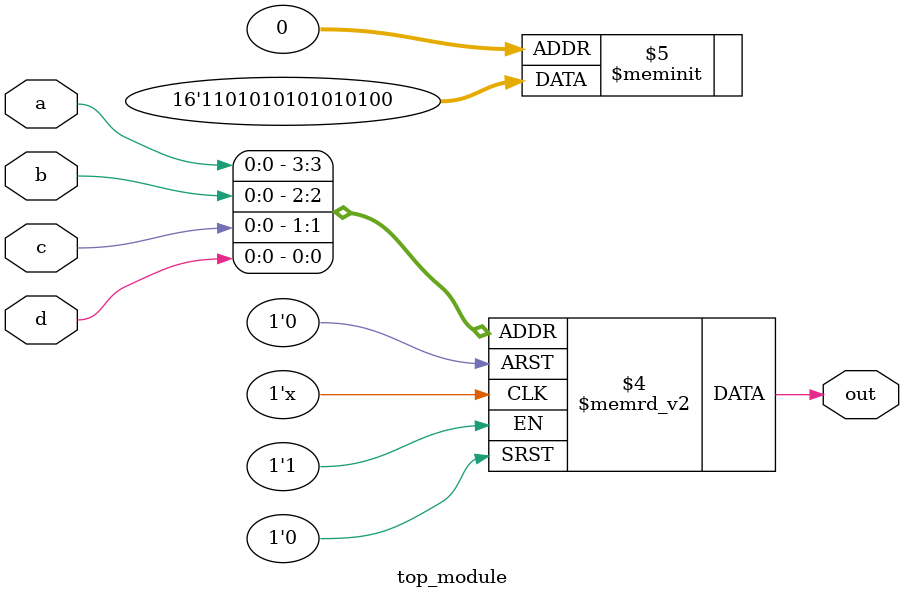
<source format=sv>
module top_module (
    input a, 
    input b,
    input c,
    input d,
    output reg out
);

always @(*) begin
    case ({a, b, c, d})
        4'b0000: out = 0;
        4'b0001: out = 0;
        4'b0010: out = 1;
        4'b0011: out = 0;
        4'b0100: out = 1;
        4'b0101: out = 0;
        4'b0110: out = 1;
        4'b0111: out = 0;
        4'b1000: out = 1;
        4'b1001: out = 0;
        4'b1010: out = 1;
        4'b1011: out = 0;
        4'b1100: out = 1;
        4'b1101: out = 0;
        4'b1110: out = 1;
        4'b1111: out = 1;
        default: out = 0;
    endcase
end

endmodule

</source>
